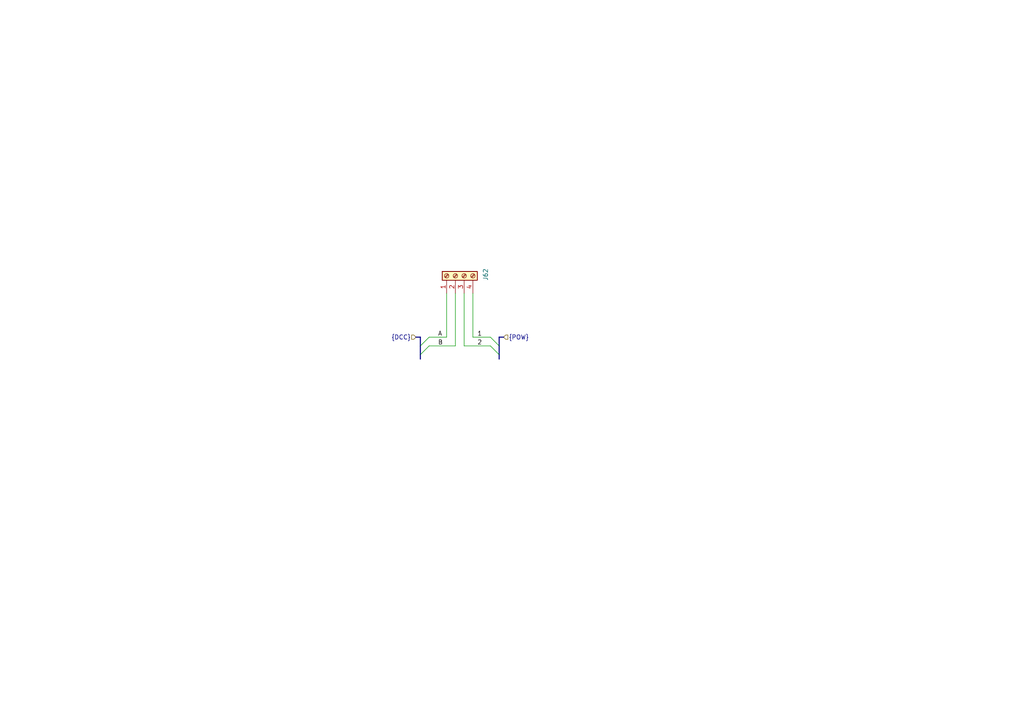
<source format=kicad_sch>
(kicad_sch (version 20231120) (generator "eeschema") (generator_version "8.0")
  (paper "A4")
  (lib_symbols
    (symbol "Connector:Screw_Terminal_01x04" (pin_names (offset 1.016) hide)
      (property "Reference" "J" (at 0 5.08 0))
      (property "Value" "Screw_Terminal_01x04" (at 0 -7.62 0))
      (symbol "Screw_Terminal_01x04_1_1"
        (rectangle (start -1.27 3.81) (end 1.27 -6.35) (stroke (width 0.254)) (fill (type background)))
        (circle (center 0 -5.08) (radius 0.635) (stroke (width 0.1524)))
        (circle (center 0 -2.54) (radius 0.635) (stroke (width 0.1524)))
        (polyline (pts (xy -0.5334 -4.7498) (xy 0.3302 -5.588)) (stroke (width 0.1524)))
        (polyline (pts (xy -0.5334 -2.2098) (xy 0.3302 -3.048)) (stroke (width 0.1524)))
        (polyline (pts (xy -0.5334 0.3302) (xy 0.3302 -0.508)) (stroke (width 0.1524)))
        (polyline (pts (xy -0.5334 2.8702) (xy 0.3302 2.032)) (stroke (width 0.1524)))
        (polyline (pts (xy -0.3556 -4.572) (xy 0.508 -5.4102)) (stroke (width 0.1524)))
        (polyline (pts (xy -0.3556 -2.032) (xy 0.508 -2.8702)) (stroke (width 0.1524)))
        (polyline (pts (xy -0.3556 0.508) (xy 0.508 -0.3302)) (stroke (width 0.1524)))
        (polyline (pts (xy -0.3556 3.048) (xy 0.508 2.2098)) (stroke (width 0.1524)))
        (circle (center 0 0) (radius 0.635) (stroke (width 0.1524)))
        (circle (center 0 2.54) (radius 0.635) (stroke (width 0.1524)))
        (pin passive line (at -5.08 2.54 0) (length 3.81) (name "Pin_1") (number "1"))
        (pin passive line (at -5.08 0 0) (length 3.81) (name "Pin_2") (number "2"))
        (pin passive line (at -5.08 -2.54 0) (length 3.81) (name "Pin_3") (number "3"))
        (pin passive line (at -5.08 -5.08 0) (length 3.81) (name "Pin_4") (number "4"))
      )
    )
  )
  (bus_alias "POW" (members "1" "2"))
  (bus_entry (at 142.24 97.79) (size 2.54 2.54))
  (bus_entry (at 124.46 100.33) (size -2.54 2.54))
  (bus_entry (at 124.46 97.79) (size -2.54 2.54))
  (bus_entry (at 142.24 100.33) (size 2.54 2.54))
  (wire (pts (xy 124.46 100.33) (xy 132.08 100.33)))
  (bus (pts (xy 144.78 97.79) (xy 146.05 97.79)))
  (bus (pts (xy 144.78 100.33) (xy 144.78 102.87)))
  (wire (pts (xy 129.54 85.09) (xy 129.54 97.79)))
  (wire (pts (xy 137.16 85.09) (xy 137.16 97.79)))
  (wire (pts (xy 129.54 97.79) (xy 124.46 97.79)))
  (bus (pts (xy 144.78 102.87) (xy 144.78 104.14)))
  (bus (pts (xy 121.92 100.33) (xy 121.92 102.87)))
  (bus (pts (xy 144.78 97.79) (xy 144.78 100.33)))
  (wire (pts (xy 134.62 85.09) (xy 134.62 100.33)))
  (bus (pts (xy 121.92 97.79) (xy 120.65 97.79)))
  (bus (pts (xy 121.92 97.79) (xy 121.92 100.33)))
  (bus (pts (xy 121.92 102.87) (xy 121.92 104.14)))
  (wire (pts (xy 137.16 97.79) (xy 142.24 97.79)))
  (wire (pts (xy 132.08 85.09) (xy 132.08 100.33)))
  (wire (pts (xy 134.62 100.33) (xy 142.24 100.33)))
  (label "2" (at 138.43 100.33 0))
  (label "A" (at 127 97.79 0))
  (label "B" (at 127 100.33 0))
  (label "1" (at 138.43 97.79 0))
  (hierarchical_label "{DCC}" (shape input) (at 120.65 97.79 180))
  (hierarchical_label "{POW}" (shape input) (at 146.05 97.79 0))
  (symbol (lib_id "Connector:Screw_Terminal_01x04") (at 132.08 80.01 90) (unit 1)
    (property "Reference" "J62" (at 140.843 79.629 0))
    (property "Value" "Screw_Terminal_01x04" (effects (hide yes)))
    (property "Footprint" "Connector_Phoenix_MC:PhoenixContact_MC_1,5_4-G-3.5_1x04_P3.50mm_Horizontal" (effects (hide yes)))
    (property "JLCPCB Part#" "C395831" (effects (hide yes)))
  )
)
</source>
